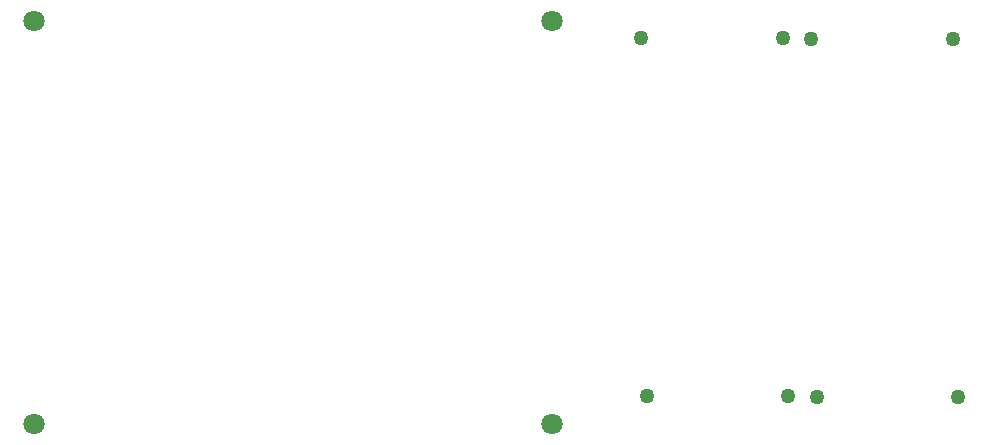
<source format=gbr>
%TF.GenerationSoftware,Altium Limited,Altium Designer,25.4.2 (15)*%
G04 Layer_Color=0*
%FSLAX45Y45*%
%MOMM*%
%TF.SameCoordinates,2A578F6B-C5BA-4798-A6F5-255D53479D73*%
%TF.FilePolarity,Positive*%
%TF.FileFunction,NonPlated,1,2,NPTH,Drill*%
%TF.Part,Single*%
G01*
G75*
%TA.AperFunction,ComponentDrill*%
%ADD67C,1.80000*%
%ADD68C,1.27000*%
D67*
X1196340Y3893600D02*
D03*
X1197900Y479840D02*
D03*
X5582920D02*
D03*
Y3893600D02*
D03*
D68*
X6334200Y3742300D02*
D03*
X7534200D02*
D03*
X7773126Y3735700D02*
D03*
X8973126D02*
D03*
X7581174Y711400D02*
D03*
X6381174D02*
D03*
X9020100Y705900D02*
D03*
X7820100D02*
D03*
%TF.MD5,615c4239c8841c97ffb0b64f0c57f8d1*%
M02*

</source>
